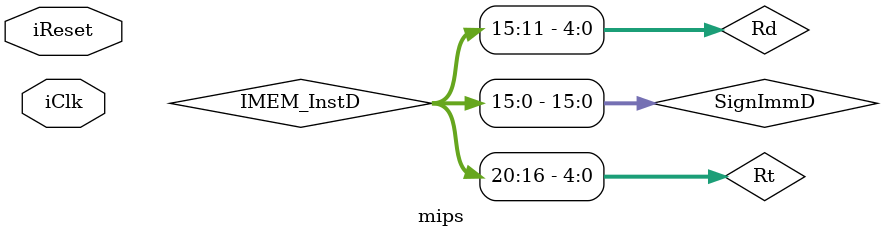
<source format=sv>
`include "alu.sv"
`include "regfile.sv"
`include "imem.sv"
`include "dmem.sv"
`include "controller.sv"

module mips(
  input logic iClk,
  input logic iReset
);


  //logic [31:0] ALU_ALUResultD;
  logic [31:0] ALU_ALUResultE;
  logic [31:0] ALU_ALUResultM;
  logic [31:0] ALU_ALUResultW;
  
  logic [31:0] REG_SrcAD;
  logic [31:0] REG_WriteData;
  logic [31:0] IMEM_InstF;
  logic [31:0] IMEM_InstD;
  logic [31:0] DMEM_ReadDataM;
  logic [31:0] DMEM_ReadDataW;
  logic [31:0] pc;
  
  //logic [4:0] WriteRegD;
  logic [4:0] WriteRegE;
  logic [4:0] WriteRegM;
  logic [4:0] WriteRegW;

  
  logic [31:0] SrcBE;

  
  logic [31:0] Result;
  logic [15:0] SignImmD;
  logic [15:0] SignImmE;
  logic [4:0] Rt;
  logic [4:0] Rd;
  
  logic CTL_RegWrite;
  logic CTL_MemWrite;
  logic CTL_RegDst;
  
  logic CTL_ALUSrcD;
  logic CTL_ALUSrcE;
  
  logic [2:0] CTL_ALUControlD;
  logic [2:0] CTL_ALUControlE;
  
  logic CTL_MemtoRegD;
  logic CTL_MemtoRegE;
  logic CTL_MemtoRegM;
  logic CTL_MemtoRegW;

  
  assign Rt = IMEM_InstD[20:16];
  assign Rd = IMEM_InstD[15:11];
  
  assign WriteRegE = CTL_RegDst ? Rd : Rt;
  assign SignImmD = {{16{IMEM_InstD[15]}}, IMEM_InstD[15:0]};
  assign SrcBE = CTL_ALUSrcE ? SignImmE : REG_WriteData;
  assign Result = CTL_MemtoRegW ? DMEM_ReadDataW : ALU_ALUResultW;
  
  logic [31:0] REG_SrcAE;
  
  alu ALU(
    .iA		(REG_SrcAE),
    .iB		(SrcBE),
    .iF		(CTL_ALUControlE),
    .oY		(ALU_ALUResultE),
    .oZero	()
  );
  
  regfile REG(
    .iClk	(iClk),
    .iReset	(iReset),
    .iRaddr1(IMEM_InstD[25:21]),
    .iRaddr2(IMEM_InstD[20:16]),
    .iWaddr	(WriteRegE),
    .iWe	(CTL_RegWriteD),
    .iWdata	(Result),
    .oRdata1(REG_SrcAD),
    .oRdata2(REG_WriteData)
  );
  
  imem IMEM(
    .iAddr	(pc),
    .oRdata	(IMEM_InstF)
  );
  
  dmem DMEM(
    .iClk	(iClk),
    .iReset	(iReset),
    .iWe	(CTL_MemWrite),
    .iAddr	(ALU_ALUResultM),
    .iWdata	(REG_WriteDataM),
    .oRdata	(DMEM_ReadDataM)
  );
  
  controller CTL(
    .iOp		(IMEM_InstD[31:26]),
    .iFunc		(IMEM_InstD[5:0]),
    .oRegWrite	(CTL_RegWriteD),
    .oMemWrite	(CTL_MemWrite),
    .oRegDst	(CTL_RegDst),
    .oALUSrc	(CTL_ALUSrcD),
    .oMemtoReg	(CTL_MemtoRegD),
    .oALUControl(CTL_ALUControlD)
  );

  
  always_ff@(posedge iClk, posedge iReset)
    if(iReset)
      pc <= 0;
    else 
      pc <= pc + 4;

    always_ff@(posedge iClk, posedge iReset)
      if(iReset) begin
      	  IMEM_InstD <= 0;
        
        
          REG_SrcAE <= 0;
      	  SignImmE <= 0;
        
          //ALU_ALUResultE <= 0;
       	  //ALU_ALUResultM <= 0;
          //ALU_ALUResultW <= 0;
        
          CTL_ALUSrcE <= 0;
       	  ALU_ALUResultM <= 0;
          ALU_ALUResultW <= 0;
          //ALU_ALUResultW <= 0;
          DMEM_ReadDataW <= 0; //
          WriteRegM <= 0;
          WriteRegW <= 0;
        
          //WriteRegE
          CTL_ALUControlE <= 0;
        
          CTL_MemtoRegE <= 0;
          CTL_MemtoRegM <= 0;
          CTL_MemtoRegW <= 0;
          

        
        end else begin 
          IMEM_InstD <= IMEM_InstF;
          
          
          //ALU_ALUResultE <= ALU_ALUResultD;
          
          //ALU_ALUResultW <= ALU_ALUResultM;
          
          REG_SrcAE <= REG_SrcAD;
          SignImmE <= SignImmD;
          
		  CTL_ALUSrcE <= CTL_ALUSrcD;
          ALU_ALUResultM <= ALU_ALUResultE;
          ALU_ALUResultW <= ALU_ALUResultM;
		  DMEM_ReadDataW <= DMEM_ReadDataM;
       	  //WriteRegE <= WriteRegD;
          WriteRegM <= WriteRegE;
          WriteRegW <= WriteRegM;
          
          CTL_ALUControlE <= CTL_ALUControlD;
          
          CTL_MemtoRegE <= CTL_MemtoRegD;
          CTL_MemtoRegM <= CTL_MemtoRegE;
          CTL_MemtoRegW <= CTL_MemtoRegM;


          
        end
 

endmodule

</source>
